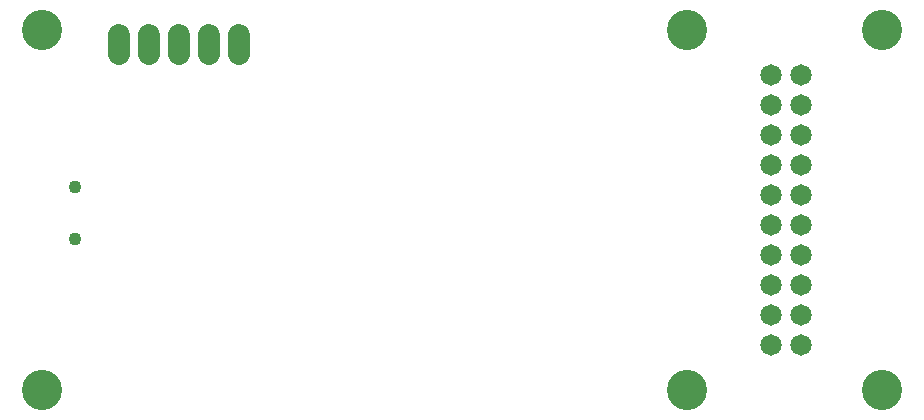
<source format=gbs>
G75*
G70*
%OFA0B0*%
%FSLAX24Y24*%
%IPPOS*%
%LPD*%
%AMOC8*
5,1,8,0,0,1.08239X$1,22.5*
%
%ADD10C,0.1340*%
%ADD11C,0.0720*%
%ADD12C,0.0714*%
%ADD13C,0.0434*%
D10*
X004558Y003852D03*
X026058Y003852D03*
X032558Y003852D03*
X032558Y015852D03*
X026058Y015852D03*
X004558Y015852D03*
D11*
X007126Y015672D02*
X007126Y015032D01*
X008126Y015032D02*
X008126Y015672D01*
X009126Y015672D02*
X009126Y015032D01*
X010126Y015032D02*
X010126Y015672D01*
X011126Y015672D02*
X011126Y015032D01*
D12*
X028858Y014352D03*
X029858Y014352D03*
X029858Y013352D03*
X028858Y013352D03*
X028858Y012352D03*
X029858Y012352D03*
X029858Y011352D03*
X028858Y011352D03*
X028858Y010352D03*
X029858Y010352D03*
X029858Y009352D03*
X028858Y009352D03*
X028858Y008352D03*
X029858Y008352D03*
X029858Y007352D03*
X028858Y007352D03*
X028858Y006352D03*
X029858Y006352D03*
X029858Y005352D03*
X028858Y005352D03*
D13*
X005658Y008886D03*
X005658Y010618D03*
M02*

</source>
